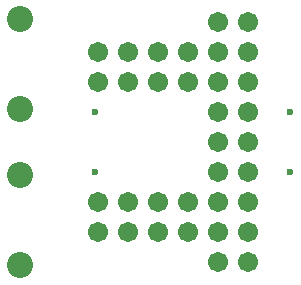
<source format=gbs>
G04*
G04 #@! TF.GenerationSoftware,Altium Limited,Altium Designer,18.1.7 (191)*
G04*
G04 Layer_Color=16711935*
%FSLAX24Y24*%
%MOIN*%
G70*
G01*
G75*
%ADD13C,0.0671*%
%ADD14C,0.0236*%
%ADD15C,0.0867*%
D13*
X6500Y2000D02*
D03*
X5500D02*
D03*
X4500D02*
D03*
X3500D02*
D03*
Y3000D02*
D03*
X4500D02*
D03*
X5500D02*
D03*
X6500D02*
D03*
X3500Y7000D02*
D03*
X4500D02*
D03*
X5500D02*
D03*
X6500D02*
D03*
Y8000D02*
D03*
X5500D02*
D03*
X4500D02*
D03*
X3500D02*
D03*
X8500D02*
D03*
Y7000D02*
D03*
Y6000D02*
D03*
Y5000D02*
D03*
Y4000D02*
D03*
Y3000D02*
D03*
Y2000D02*
D03*
Y1000D02*
D03*
X7500D02*
D03*
Y2000D02*
D03*
Y3000D02*
D03*
Y4000D02*
D03*
Y5000D02*
D03*
Y6000D02*
D03*
Y7000D02*
D03*
Y8000D02*
D03*
Y9000D02*
D03*
X8500D02*
D03*
D14*
X9909Y6004D02*
D03*
Y3996D02*
D03*
X3409Y6004D02*
D03*
Y3996D02*
D03*
D15*
X900Y9100D02*
D03*
Y6100D02*
D03*
Y3900D02*
D03*
Y900D02*
D03*
M02*

</source>
